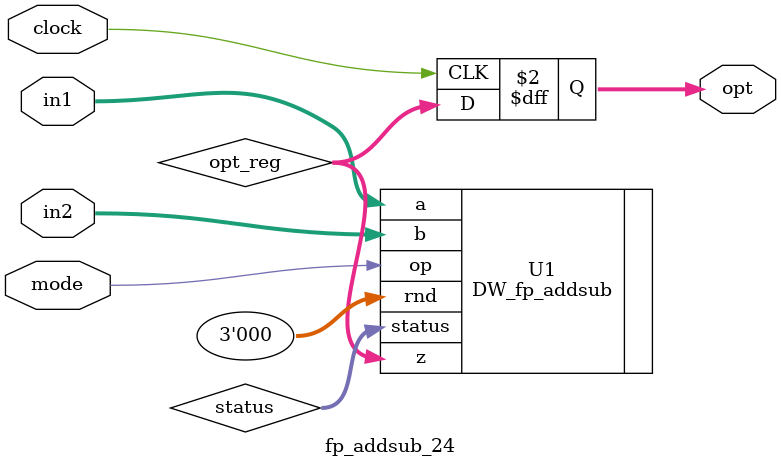
<source format=v>
`include "/afs/eos.ncsu.edu/dist/synopsys2013/syn/dw/sim_ver/DW_fp_addsub.v"

module fp_addsub_24(in1,in2,mode,opt,clock);
parameter sig_width = 17;
parameter exp_width = 6;
parameter ieee_compliance = 1;
input [sig_width+exp_width : 0] in1;
input [sig_width+exp_width: 0] in2;
input clock;
output [sig_width+exp_width :0]opt;
wire [7:0] status;
reg [sig_width+exp_width:0] opt;
wire [sig_width+exp_width:0] opt_reg;

input mode;

    DW_fp_addsub #(sig_width, exp_width, ieee_compliance)
	  U1 ( .a(in1), .b(in2), .rnd(3'b000), .op(mode), .z(opt_reg), .status(status));

always@(posedge clock)
begin
opt<=opt_reg;
end
endmodule



</source>
